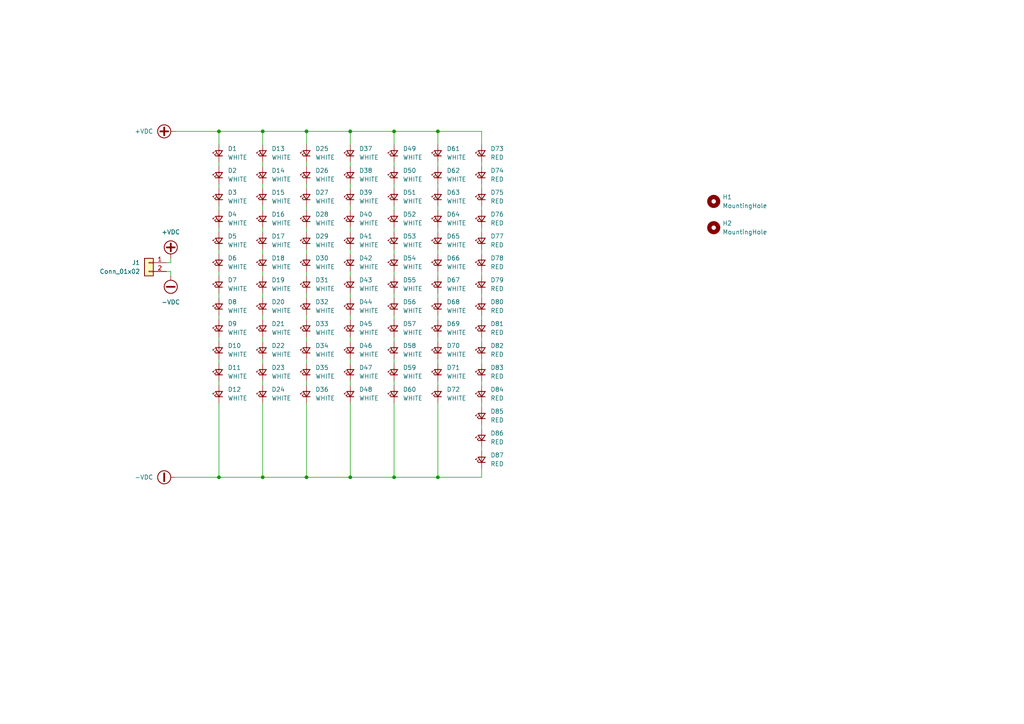
<source format=kicad_sch>
(kicad_sch (version 20250114) (generator "eeschema") (generator_version "9.0")
  (paper "A4")
  (lib_symbols
    (symbol "Connector_Generic:Conn_01x02" (pin_names (offset 1.016) (hide yes))
      (property "Reference" "J" (at 0 2.54 0))
      (property "Value" "Conn_01x02" (at 0 -5.08 0))
      (symbol "Conn_01x02_1_1"
        (rectangle (start -1.27 1.27) (end 1.27 -3.81) (stroke (width 0.254)) (fill (type background)))
        (rectangle (start -1.27 0.127) (end 0 -0.127) (stroke (width 0.1524)))
        (rectangle (start -1.27 -2.413) (end 0 -2.667) (stroke (width 0.1524)))
        (pin passive line (at -5.08 0 0) (length 3.81) (name "Pin_1") (number "1"))
        (pin passive line (at -5.08 -2.54 0) (length 3.81) (name "Pin_2") (number "2"))
      )
    )
    (symbol "Device:LED_Small" (pin_numbers (hide yes)) (pin_names (offset 0.254) (hide yes))
      (property "Reference" "D" (at -1.27 3.175 0))
      (property "Value" "LED_Small" (at -4.445 -2.54 0))
      (symbol "LED_Small_0_1"
        (polyline (pts (xy -0.762 -1.016) (xy -0.762 1.016)) (stroke (width 0.254)))
        (polyline (pts (xy 0 0.762) (xy -0.508 1.27) (xy -0.254 1.27) (xy -0.508 1.27) (xy -0.508 1.016)))
        (polyline (pts (xy 0.508 1.27) (xy 0 1.778) (xy 0.254 1.778) (xy 0 1.778) (xy 0 1.524)))
        (polyline (pts (xy 0.762 -1.016) (xy -0.762 0) (xy 0.762 1.016) (xy 0.762 -1.016)) (stroke (width 0.254)))
        (polyline (pts (xy 1.016 0) (xy -0.762 0)))
      )
      (symbol "LED_Small_1_1"
        (pin passive line (at -2.54 0 0) (length 1.778) (name "K") (number "1"))
        (pin passive line (at 2.54 0 180) (length 1.778) (name "A") (number "2"))
      )
    )
    (symbol "Mechanical:MountingHole" (pin_names (offset 1.016)) (exclude_from_sim yes) (in_bom no)
      (property "Reference" "H" (at 0 5.08 0))
      (property "Value" "MountingHole" (at 0 3.175 0))
      (symbol "MountingHole_0_1"
        (circle (center 0 0) (radius 1.27) (stroke (width 1.27)))
      )
    )
    (symbol "power:+VDC" (power) (pin_numbers (hide yes)) (pin_names (offset 0) (hide yes))
      (property "Value" "+VDC" (at 0 6.35 0))
      (symbol "+VDC_0_1"
        (polyline (pts (xy -1.143 3.175) (xy 1.143 3.175)) (stroke (width 0.508)))
        (circle (center 0 3.175) (radius 1.905) (stroke (width 0.254)))
        (polyline (pts (xy 0 2.032) (xy 0 4.318)) (stroke (width 0.508)))
        (polyline (pts (xy 0 0) (xy 0 1.27)))
      )
      (symbol "+VDC_1_1"
        (pin power_in line (at 0 0 90) (length 0) (name "~") (number "1"))
      )
    )
    (symbol "power:-VDC" (power) (pin_numbers (hide yes)) (pin_names (offset 0) (hide yes))
      (property "Value" "-VDC" (at 0 6.35 0))
      (symbol "-VDC_0_1"
        (polyline (pts (xy -1.143 3.175) (xy 1.143 3.175)) (stroke (width 0.508)))
        (circle (center 0 3.175) (radius 1.905) (stroke (width 0.254)))
        (polyline (pts (xy 0 0) (xy 0 1.27)))
      )
      (symbol "-VDC_1_1"
        (pin power_in line (at 0 0 90) (length 0) (name "~") (number "1"))
      )
    )
  )
  (junction (at 63.5 38.1))
  (junction (at 127 138.43))
  (junction (at 88.9 38.1))
  (junction (at 76.2 138.43))
  (junction (at 114.3 138.43))
  (junction (at 63.5 138.43))
  (junction (at 127 38.1))
  (junction (at 101.6 38.1))
  (junction (at 76.2 38.1))
  (junction (at 101.6 138.43))
  (junction (at 114.3 38.1))
  (junction (at 88.9 138.43))
  (wire (pts (xy 88.9 116.84) (xy 88.9 138.43)))
  (wire (pts (xy 101.6 78.74) (xy 101.6 80.01)))
  (wire (pts (xy 63.5 59.69) (xy 63.5 60.96)))
  (wire (pts (xy 114.3 138.43) (xy 127 138.43)))
  (wire (pts (xy 101.6 91.44) (xy 101.6 92.71)))
  (wire (pts (xy 139.7 91.44) (xy 139.7 92.71)))
  (wire (pts (xy 88.9 97.79) (xy 88.9 99.06)))
  (wire (pts (xy 76.2 66.04) (xy 76.2 67.31)))
  (wire (pts (xy 139.7 38.1) (xy 127 38.1)))
  (wire (pts (xy 101.6 53.34) (xy 101.6 54.61)))
  (wire (pts (xy 49.53 78.74) (xy 49.53 80.01)))
  (wire (pts (xy 139.7 123.19) (xy 139.7 124.46)))
  (wire (pts (xy 127 53.34) (xy 127 54.61)))
  (wire (pts (xy 127 85.09) (xy 127 86.36)))
  (wire (pts (xy 127 41.91) (xy 127 38.1)))
  (wire (pts (xy 139.7 72.39) (xy 139.7 73.66)))
  (wire (pts (xy 127 110.49) (xy 127 111.76)))
  (wire (pts (xy 114.3 104.14) (xy 114.3 105.41)))
  (wire (pts (xy 101.6 97.79) (xy 101.6 99.06)))
  (wire (pts (xy 127 46.99) (xy 127 48.26)))
  (wire (pts (xy 63.5 46.99) (xy 63.5 48.26)))
  (wire (pts (xy 139.7 41.91) (xy 139.7 38.1)))
  (wire (pts (xy 139.7 46.99) (xy 139.7 48.26)))
  (wire (pts (xy 76.2 41.91) (xy 76.2 38.1)))
  (wire (pts (xy 101.6 59.69) (xy 101.6 60.96)))
  (wire (pts (xy 76.2 91.44) (xy 76.2 92.71)))
  (wire (pts (xy 76.2 85.09) (xy 76.2 86.36)))
  (wire (pts (xy 88.9 53.34) (xy 88.9 54.61)))
  (wire (pts (xy 63.5 85.09) (xy 63.5 86.36)))
  (wire (pts (xy 101.6 72.39) (xy 101.6 73.66)))
  (wire (pts (xy 88.9 59.69) (xy 88.9 60.96)))
  (wire (pts (xy 127 91.44) (xy 127 92.71)))
  (wire (pts (xy 63.5 91.44) (xy 63.5 92.71)))
  (wire (pts (xy 114.3 38.1) (xy 127 38.1)))
  (wire (pts (xy 114.3 91.44) (xy 114.3 92.71)))
  (wire (pts (xy 139.7 129.54) (xy 139.7 130.81)))
  (wire (pts (xy 50.8 38.1) (xy 63.5 38.1)))
  (wire (pts (xy 114.3 59.69) (xy 114.3 60.96)))
  (wire (pts (xy 114.3 85.09) (xy 114.3 86.36)))
  (wire (pts (xy 139.7 104.14) (xy 139.7 105.41)))
  (wire (pts (xy 114.3 41.91) (xy 114.3 38.1)))
  (wire (pts (xy 114.3 116.84) (xy 114.3 138.43)))
  (wire (pts (xy 88.9 66.04) (xy 88.9 67.31)))
  (wire (pts (xy 114.3 78.74) (xy 114.3 80.01)))
  (wire (pts (xy 63.5 104.14) (xy 63.5 105.41)))
  (wire (pts (xy 139.7 116.84) (xy 139.7 118.11)))
  (wire (pts (xy 76.2 104.14) (xy 76.2 105.41)))
  (wire (pts (xy 127 59.69) (xy 127 60.96)))
  (wire (pts (xy 127 104.14) (xy 127 105.41)))
  (wire (pts (xy 88.9 38.1) (xy 101.6 38.1)))
  (wire (pts (xy 88.9 91.44) (xy 88.9 92.71)))
  (wire (pts (xy 101.6 46.99) (xy 101.6 48.26)))
  (wire (pts (xy 76.2 110.49) (xy 76.2 111.76)))
  (wire (pts (xy 88.9 85.09) (xy 88.9 86.36)))
  (wire (pts (xy 139.7 97.79) (xy 139.7 99.06)))
  (wire (pts (xy 49.53 76.2) (xy 49.53 74.93)))
  (wire (pts (xy 88.9 104.14) (xy 88.9 105.41)))
  (wire (pts (xy 139.7 110.49) (xy 139.7 111.76)))
  (wire (pts (xy 114.3 46.99) (xy 114.3 48.26)))
  (wire (pts (xy 114.3 66.04) (xy 114.3 67.31)))
  (wire (pts (xy 127 97.79) (xy 127 99.06)))
  (wire (pts (xy 63.5 116.84) (xy 63.5 138.43)))
  (wire (pts (xy 114.3 72.39) (xy 114.3 73.66)))
  (wire (pts (xy 63.5 138.43) (xy 50.8 138.43)))
  (wire (pts (xy 127 78.74) (xy 127 80.01)))
  (wire (pts (xy 63.5 138.43) (xy 76.2 138.43)))
  (wire (pts (xy 114.3 110.49) (xy 114.3 111.76)))
  (wire (pts (xy 139.7 59.69) (xy 139.7 60.96)))
  (wire (pts (xy 88.9 110.49) (xy 88.9 111.76)))
  (wire (pts (xy 127 116.84) (xy 127 138.43)))
  (wire (pts (xy 101.6 38.1) (xy 114.3 38.1)))
  (wire (pts (xy 63.5 66.04) (xy 63.5 67.31)))
  (wire (pts (xy 101.6 41.91) (xy 101.6 38.1)))
  (wire (pts (xy 76.2 59.69) (xy 76.2 60.96)))
  (wire (pts (xy 88.9 41.91) (xy 88.9 38.1)))
  (wire (pts (xy 114.3 53.34) (xy 114.3 54.61)))
  (wire (pts (xy 101.6 104.14) (xy 101.6 105.41)))
  (wire (pts (xy 63.5 78.74) (xy 63.5 80.01)))
  (wire (pts (xy 88.9 138.43) (xy 101.6 138.43)))
  (wire (pts (xy 76.2 72.39) (xy 76.2 73.66)))
  (wire (pts (xy 127 138.43) (xy 139.7 138.43)))
  (wire (pts (xy 127 72.39) (xy 127 73.66)))
  (wire (pts (xy 48.26 76.2) (xy 49.53 76.2)))
  (wire (pts (xy 76.2 46.99) (xy 76.2 48.26)))
  (wire (pts (xy 76.2 78.74) (xy 76.2 80.01)))
  (wire (pts (xy 63.5 110.49) (xy 63.5 111.76)))
  (wire (pts (xy 63.5 38.1) (xy 76.2 38.1)))
  (wire (pts (xy 63.5 97.79) (xy 63.5 99.06)))
  (wire (pts (xy 63.5 41.91) (xy 63.5 38.1)))
  (wire (pts (xy 101.6 85.09) (xy 101.6 86.36)))
  (wire (pts (xy 76.2 116.84) (xy 76.2 138.43)))
  (wire (pts (xy 76.2 38.1) (xy 88.9 38.1)))
  (wire (pts (xy 76.2 138.43) (xy 88.9 138.43)))
  (wire (pts (xy 88.9 72.39) (xy 88.9 73.66)))
  (wire (pts (xy 101.6 138.43) (xy 114.3 138.43)))
  (wire (pts (xy 139.7 78.74) (xy 139.7 80.01)))
  (wire (pts (xy 88.9 78.74) (xy 88.9 80.01)))
  (wire (pts (xy 139.7 135.89) (xy 139.7 138.43)))
  (wire (pts (xy 101.6 116.84) (xy 101.6 138.43)))
  (wire (pts (xy 63.5 53.34) (xy 63.5 54.61)))
  (wire (pts (xy 139.7 53.34) (xy 139.7 54.61)))
  (wire (pts (xy 101.6 110.49) (xy 101.6 111.76)))
  (wire (pts (xy 88.9 46.99) (xy 88.9 48.26)))
  (wire (pts (xy 76.2 97.79) (xy 76.2 99.06)))
  (wire (pts (xy 139.7 85.09) (xy 139.7 86.36)))
  (wire (pts (xy 76.2 53.34) (xy 76.2 54.61)))
  (wire (pts (xy 114.3 97.79) (xy 114.3 99.06)))
  (wire (pts (xy 101.6 66.04) (xy 101.6 67.31)))
  (wire (pts (xy 139.7 66.04) (xy 139.7 67.31)))
  (wire (pts (xy 48.26 78.74) (xy 49.53 78.74)))
  (wire (pts (xy 127 66.04) (xy 127 67.31)))
  (wire (pts (xy 63.5 72.39) (xy 63.5 73.66)))
  (symbol (lib_id "Device:LED_Small") (at 63.5 114.3 90) (unit 1)
    (property "Reference" "D12" (at 66.04 112.9664 90) (effects (justify right)))
    (property "Value" "WHITE" (at 66.04 115.5064 90) (effects (justify right)))
    (property "Footprint" "LED_LM301H:LED_LM301H_1212" (effects (hide yes)))
    (property "Description" "Light emitting diode, small symbol" (effects (hide yes)))
    (property "Sim.Pin" "1=K 2=A" (effects (hide yes)))
  )
  (symbol (lib_id "Device:LED_Small") (at 88.9 44.45 90) (unit 1)
    (property "Reference" "D25" (at 91.44 43.1164 90) (effects (justify right)))
    (property "Value" "WHITE" (at 91.44 45.6564 90) (effects (justify right)))
    (property "Footprint" "LED_LM301H:LED_LM301H_1212" (effects (hide yes)))
    (property "Description" "Light emitting diode, small symbol" (effects (hide yes)))
    (property "Sim.Pin" "1=K 2=A" (effects (hide yes)))
  )
  (symbol (lib_id "Device:LED_Small") (at 114.3 69.85 90) (unit 1)
    (property "Reference" "D53" (at 116.84 68.5164 90) (effects (justify right)))
    (property "Value" "WHITE" (at 116.84 71.0564 90) (effects (justify right)))
    (property "Footprint" "LED_LM301H:LED_LM301H_1212" (effects (hide yes)))
    (property "Description" "Light emitting diode, small symbol" (effects (hide yes)))
    (property "Sim.Pin" "1=K 2=A" (effects (hide yes)))
  )
  (symbol (lib_id "Device:LED_Small") (at 127 82.55 90) (unit 1)
    (property "Reference" "D67" (at 129.54 81.2164 90) (effects (justify right)))
    (property "Value" "WHITE" (at 129.54 83.7564 90) (effects (justify right)))
    (property "Footprint" "LED_LM301H:LED_LM301H_1212" (effects (hide yes)))
    (property "Description" "Light emitting diode, small symbol" (effects (hide yes)))
    (property "Sim.Pin" "1=K 2=A" (effects (hide yes)))
  )
  (symbol (lib_id "Device:LED_Small") (at 76.2 76.2 90) (unit 1)
    (property "Reference" "D18" (at 78.74 74.8664 90) (effects (justify right)))
    (property "Value" "WHITE" (at 78.74 77.4064 90) (effects (justify right)))
    (property "Footprint" "LED_LM301H:LED_LM301H_1212" (effects (hide yes)))
    (property "Description" "Light emitting diode, small symbol" (effects (hide yes)))
    (property "Sim.Pin" "1=K 2=A" (effects (hide yes)))
  )
  (symbol (lib_id "Mechanical:MountingHole") (at 207.01 66.04 0) (unit 1) (exclude_from_sim yes) (in_bom no)
    (property "Reference" "H2" (at 209.55 64.7699 0) (effects (justify left)))
    (property "Value" "MountingHole" (at 209.55 67.3099 0) (effects (justify left)))
    (property "Footprint" "ProjectSpecific:MountingHole_2.7mm" (effects (hide yes)))
    (property "Description" "Mounting Hole without connection" (effects (hide yes)))
  )
  (symbol (lib_id "Device:LED_Small") (at 76.2 50.8 90) (unit 1)
    (property "Reference" "D14" (at 78.74 49.4664 90) (effects (justify right)))
    (property "Value" "WHITE" (at 78.74 52.0064 90) (effects (justify right)))
    (property "Footprint" "LED_LM301H:LED_LM301H_1212" (effects (hide yes)))
    (property "Description" "Light emitting diode, small symbol" (effects (hide yes)))
    (property "Sim.Pin" "1=K 2=A" (effects (hide yes)))
  )
  (symbol (lib_id "Device:LED_Small") (at 76.2 44.45 90) (unit 1)
    (property "Reference" "D13" (at 78.74 43.1164 90) (effects (justify right)))
    (property "Value" "WHITE" (at 78.74 45.6564 90) (effects (justify right)))
    (property "Footprint" "LED_LM301H:LED_LM301H_1212" (effects (hide yes)))
    (property "Description" "Light emitting diode, small symbol" (effects (hide yes)))
    (property "Sim.Pin" "1=K 2=A" (effects (hide yes)))
  )
  (symbol (lib_id "Device:LED_Small") (at 127 95.25 90) (unit 1)
    (property "Reference" "D69" (at 129.54 93.9164 90) (effects (justify right)))
    (property "Value" "WHITE" (at 129.54 96.4564 90) (effects (justify right)))
    (property "Footprint" "LED_LM301H:LED_LM301H_1212" (effects (hide yes)))
    (property "Description" "Light emitting diode, small symbol" (effects (hide yes)))
    (property "Sim.Pin" "1=K 2=A" (effects (hide yes)))
  )
  (symbol (lib_id "Device:LED_Small") (at 63.5 69.85 90) (unit 1)
    (property "Reference" "D5" (at 66.04 68.5164 90) (effects (justify right)))
    (property "Value" "WHITE" (at 66.04 71.0564 90) (effects (justify right)))
    (property "Footprint" "LED_LM301H:LED_LM301H_1212" (effects (hide yes)))
    (property "Description" "Light emitting diode, small symbol" (effects (hide yes)))
    (property "Sim.Pin" "1=K 2=A" (effects (hide yes)))
  )
  (symbol (lib_id "Device:LED_Small") (at 76.2 107.95 90) (unit 1)
    (property "Reference" "D23" (at 78.74 106.6164 90) (effects (justify right)))
    (property "Value" "WHITE" (at 78.74 109.1564 90) (effects (justify right)))
    (property "Footprint" "LED_LM301H:LED_LM301H_1212" (effects (hide yes)))
    (property "Description" "Light emitting diode, small symbol" (effects (hide yes)))
    (property "Sim.Pin" "1=K 2=A" (effects (hide yes)))
  )
  (symbol (lib_id "Device:LED_Small") (at 101.6 101.6 90) (unit 1)
    (property "Reference" "D46" (at 104.14 100.2664 90) (effects (justify right)))
    (property "Value" "WHITE" (at 104.14 102.8064 90) (effects (justify right)))
    (property "Footprint" "LED_LM301H:LED_LM301H_1212" (effects (hide yes)))
    (property "Description" "Light emitting diode, small symbol" (effects (hide yes)))
    (property "Sim.Pin" "1=K 2=A" (effects (hide yes)))
  )
  (symbol (lib_id "power:+VDC") (at 49.53 74.93 0) (mirror y) (unit 1)
    (property "Reference" "#PWR03" (effects (hide yes)))
    (property "Value" "+VDC" (at 49.53 67.31 0))
    (property "Description" "Power symbol creates a global label with name \"+VDC\"" (effects (hide yes)))
  )
  (symbol (lib_id "Device:LED_Small") (at 101.6 82.55 90) (unit 1)
    (property "Reference" "D43" (at 104.14 81.2164 90) (effects (justify right)))
    (property "Value" "WHITE" (at 104.14 83.7564 90) (effects (justify right)))
    (property "Footprint" "LED_LM301H:LED_LM301H_1212" (effects (hide yes)))
    (property "Description" "Light emitting diode, small symbol" (effects (hide yes)))
    (property "Sim.Pin" "1=K 2=A" (effects (hide yes)))
  )
  (symbol (lib_id "Device:LED_Small") (at 127 63.5 90) (unit 1)
    (property "Reference" "D64" (at 129.54 62.1664 90) (effects (justify right)))
    (property "Value" "WHITE" (at 129.54 64.7064 90) (effects (justify right)))
    (property "Footprint" "LED_LM301H:LED_LM301H_1212" (effects (hide yes)))
    (property "Description" "Light emitting diode, small symbol" (effects (hide yes)))
    (property "Sim.Pin" "1=K 2=A" (effects (hide yes)))
  )
  (symbol (lib_id "Device:LED_Small") (at 63.5 76.2 90) (unit 1)
    (property "Reference" "D6" (at 66.04 74.8664 90) (effects (justify right)))
    (property "Value" "WHITE" (at 66.04 77.4064 90) (effects (justify right)))
    (property "Footprint" "LED_LM301H:LED_LM301H_1212" (effects (hide yes)))
    (property "Description" "Light emitting diode, small symbol" (effects (hide yes)))
    (property "Sim.Pin" "1=K 2=A" (effects (hide yes)))
  )
  (symbol (lib_id "Device:LED_Small") (at 139.7 107.95 90) (unit 1)
    (property "Reference" "D83" (at 142.24 106.6164 90) (effects (justify right)))
    (property "Value" "RED" (at 142.24 109.1564 90) (effects (justify right)))
    (property "Footprint" "LED_LUMILEDS:LED-SP2835-LUMILEDS" (effects (hide yes)))
    (property "Description" "Light emitting diode, small symbol" (effects (hide yes)))
    (property "Sim.Pin" "1=K 2=A" (effects (hide yes)))
  )
  (symbol (lib_id "Device:LED_Small") (at 63.5 44.45 90) (unit 1)
    (property "Reference" "D1" (at 66.04 43.1164 90) (effects (justify right)))
    (property "Value" "WHITE" (at 66.04 45.6564 90) (effects (justify right)))
    (property "Footprint" "LED_LM301H:LED_LM301H_1212" (effects (hide yes)))
    (property "Description" "Light emitting diode, small symbol" (effects (hide yes)))
    (property "Sim.Pin" "1=K 2=A" (effects (hide yes)))
  )
  (symbol (lib_id "Device:LED_Small") (at 114.3 63.5 90) (unit 1)
    (property "Reference" "D52" (at 116.84 62.1664 90) (effects (justify right)))
    (property "Value" "WHITE" (at 116.84 64.7064 90) (effects (justify right)))
    (property "Footprint" "LED_LM301H:LED_LM301H_1212" (effects (hide yes)))
    (property "Description" "Light emitting diode, small symbol" (effects (hide yes)))
    (property "Sim.Pin" "1=K 2=A" (effects (hide yes)))
  )
  (symbol (lib_id "Device:LED_Small") (at 101.6 88.9 90) (unit 1)
    (property "Reference" "D44" (at 104.14 87.5664 90) (effects (justify right)))
    (property "Value" "WHITE" (at 104.14 90.1064 90) (effects (justify right)))
    (property "Footprint" "LED_LM301H:LED_LM301H_1212" (effects (hide yes)))
    (property "Description" "Light emitting diode, small symbol" (effects (hide yes)))
    (property "Sim.Pin" "1=K 2=A" (effects (hide yes)))
  )
  (symbol (lib_id "Device:LED_Small") (at 101.6 69.85 90) (unit 1)
    (property "Reference" "D41" (at 104.14 68.5164 90) (effects (justify right)))
    (property "Value" "WHITE" (at 104.14 71.0564 90) (effects (justify right)))
    (property "Footprint" "LED_LM301H:LED_LM301H_1212" (effects (hide yes)))
    (property "Description" "Light emitting diode, small symbol" (effects (hide yes)))
    (property "Sim.Pin" "1=K 2=A" (effects (hide yes)))
  )
  (symbol (lib_id "Device:LED_Small") (at 76.2 82.55 90) (unit 1)
    (property "Reference" "D19" (at 78.74 81.2164 90) (effects (justify right)))
    (property "Value" "WHITE" (at 78.74 83.7564 90) (effects (justify right)))
    (property "Footprint" "LED_LM301H:LED_LM301H_1212" (effects (hide yes)))
    (property "Description" "Light emitting diode, small symbol" (effects (hide yes)))
    (property "Sim.Pin" "1=K 2=A" (effects (hide yes)))
  )
  (symbol (lib_id "Device:LED_Small") (at 101.6 63.5 90) (unit 1)
    (property "Reference" "D40" (at 104.14 62.1664 90) (effects (justify right)))
    (property "Value" "WHITE" (at 104.14 64.7064 90) (effects (justify right)))
    (property "Footprint" "LED_LM301H:LED_LM301H_1212" (effects (hide yes)))
    (property "Description" "Light emitting diode, small symbol" (effects (hide yes)))
    (property "Sim.Pin" "1=K 2=A" (effects (hide yes)))
  )
  (symbol (lib_id "power:-VDC") (at 50.8 138.43 90) (unit 1)
    (property "Reference" "#PWR02" (effects (hide yes)))
    (property "Value" "-VDC" (at 44.45 138.4299 90) (effects (justify left)))
    (property "Description" "Power symbol creates a global label with name \"-VDC\"" (effects (hide yes)))
  )
  (symbol (lib_id "Device:LED_Small") (at 127 50.8 90) (unit 1)
    (property "Reference" "D62" (at 129.54 49.4664 90) (effects (justify right)))
    (property "Value" "WHITE" (at 129.54 52.0064 90) (effects (justify right)))
    (property "Footprint" "LED_LM301H:LED_LM301H_1212" (effects (hide yes)))
    (property "Description" "Light emitting diode, small symbol" (effects (hide yes)))
    (property "Sim.Pin" "1=K 2=A" (effects (hide yes)))
  )
  (symbol (lib_id "Device:LED_Small") (at 114.3 95.25 90) (unit 1)
    (property "Reference" "D57" (at 116.84 93.9164 90) (effects (justify right)))
    (property "Value" "WHITE" (at 116.84 96.4564 90) (effects (justify right)))
    (property "Footprint" "LED_LM301H:LED_LM301H_1212" (effects (hide yes)))
    (property "Description" "Light emitting diode, small symbol" (effects (hide yes)))
    (property "Sim.Pin" "1=K 2=A" (effects (hide yes)))
  )
  (symbol (lib_id "Device:LED_Small") (at 127 101.6 90) (unit 1)
    (property "Reference" "D70" (at 129.54 100.2664 90) (effects (justify right)))
    (property "Value" "WHITE" (at 129.54 102.8064 90) (effects (justify right)))
    (property "Footprint" "LED_LM301H:LED_LM301H_1212" (effects (hide yes)))
    (property "Description" "Light emitting diode, small symbol" (effects (hide yes)))
    (property "Sim.Pin" "1=K 2=A" (effects (hide yes)))
  )
  (symbol (lib_id "Device:LED_Small") (at 88.9 57.15 90) (unit 1)
    (property "Reference" "D27" (at 91.44 55.8164 90) (effects (justify right)))
    (property "Value" "WHITE" (at 91.44 58.3564 90) (effects (justify right)))
    (property "Footprint" "LED_LM301H:LED_LM301H_1212" (effects (hide yes)))
    (property "Description" "Light emitting diode, small symbol" (effects (hide yes)))
    (property "Sim.Pin" "1=K 2=A" (effects (hide yes)))
  )
  (symbol (lib_id "Device:LED_Small") (at 139.7 57.15 90) (unit 1)
    (property "Reference" "D75" (at 142.24 55.8164 90) (effects (justify right)))
    (property "Value" "RED" (at 142.24 58.3564 90) (effects (justify right)))
    (property "Footprint" "LED_LUMILEDS:LED-SP2835-LUMILEDS" (effects (hide yes)))
    (property "Description" "Light emitting diode, small symbol" (effects (hide yes)))
    (property "Sim.Pin" "1=K 2=A" (effects (hide yes)))
  )
  (symbol (lib_id "Device:LED_Small") (at 63.5 50.8 90) (unit 1)
    (property "Reference" "D2" (at 66.04 49.4664 90) (effects (justify right)))
    (property "Value" "WHITE" (at 66.04 52.0064 90) (effects (justify right)))
    (property "Footprint" "LED_LM301H:LED_LM301H_1212" (effects (hide yes)))
    (property "Description" "Light emitting diode, small symbol" (effects (hide yes)))
    (property "Sim.Pin" "1=K 2=A" (effects (hide yes)))
  )
  (symbol (lib_id "Device:LED_Small") (at 114.3 82.55 90) (unit 1)
    (property "Reference" "D55" (at 116.84 81.2164 90) (effects (justify right)))
    (property "Value" "WHITE" (at 116.84 83.7564 90) (effects (justify right)))
    (property "Footprint" "LED_LM301H:LED_LM301H_1212" (effects (hide yes)))
    (property "Description" "Light emitting diode, small symbol" (effects (hide yes)))
    (property "Sim.Pin" "1=K 2=A" (effects (hide yes)))
  )
  (symbol (lib_id "Device:LED_Small") (at 127 107.95 90) (unit 1)
    (property "Reference" "D71" (at 129.54 106.6164 90) (effects (justify right)))
    (property "Value" "WHITE" (at 129.54 109.1564 90) (effects (justify right)))
    (property "Footprint" "LED_LM301H:LED_LM301H_1212" (effects (hide yes)))
    (property "Description" "Light emitting diode, small symbol" (effects (hide yes)))
    (property "Sim.Pin" "1=K 2=A" (effects (hide yes)))
  )
  (symbol (lib_id "Device:LED_Small") (at 127 76.2 90) (unit 1)
    (property "Reference" "D66" (at 129.54 74.8664 90) (effects (justify right)))
    (property "Value" "WHITE" (at 129.54 77.4064 90) (effects (justify right)))
    (property "Footprint" "LED_LM301H:LED_LM301H_1212" (effects (hide yes)))
    (property "Description" "Light emitting diode, small symbol" (effects (hide yes)))
    (property "Sim.Pin" "1=K 2=A" (effects (hide yes)))
  )
  (symbol (lib_id "Device:LED_Small") (at 63.5 82.55 90) (unit 1)
    (property "Reference" "D7" (at 66.04 81.2164 90) (effects (justify right)))
    (property "Value" "WHITE" (at 66.04 83.7564 90) (effects (justify right)))
    (property "Footprint" "LED_LM301H:LED_LM301H_1212" (effects (hide yes)))
    (property "Description" "Light emitting diode, small symbol" (effects (hide yes)))
    (property "Sim.Pin" "1=K 2=A" (effects (hide yes)))
  )
  (symbol (lib_id "Device:LED_Small") (at 139.7 44.45 90) (unit 1)
    (property "Reference" "D73" (at 142.24 43.1164 90) (effects (justify right)))
    (property "Value" "RED" (at 142.24 45.6564 90) (effects (justify right)))
    (property "Footprint" "LED_LUMILEDS:LED-SP2835-LUMILEDS" (effects (hide yes)))
    (property "Description" "Light emitting diode, small symbol" (effects (hide yes)))
    (property "Sim.Pin" "1=K 2=A" (effects (hide yes)))
  )
  (symbol (lib_id "Device:LED_Small") (at 127 88.9 90) (unit 1)
    (property "Reference" "D68" (at 129.54 87.5664 90) (effects (justify right)))
    (property "Value" "WHITE" (at 129.54 90.1064 90) (effects (justify right)))
    (property "Footprint" "LED_LM301H:LED_LM301H_1212" (effects (hide yes)))
    (property "Description" "Light emitting diode, small symbol" (effects (hide yes)))
    (property "Sim.Pin" "1=K 2=A" (effects (hide yes)))
  )
  (symbol (lib_id "Device:LED_Small") (at 76.2 88.9 90) (unit 1)
    (property "Reference" "D20" (at 78.74 87.5664 90) (effects (justify right)))
    (property "Value" "WHITE" (at 78.74 90.1064 90) (effects (justify right)))
    (property "Footprint" "LED_LM301H:LED_LM301H_1212" (effects (hide yes)))
    (property "Description" "Light emitting diode, small symbol" (effects (hide yes)))
    (property "Sim.Pin" "1=K 2=A" (effects (hide yes)))
  )
  (symbol (lib_id "Device:LED_Small") (at 114.3 107.95 90) (unit 1)
    (property "Reference" "D59" (at 116.84 106.6164 90) (effects (justify right)))
    (property "Value" "WHITE" (at 116.84 109.1564 90) (effects (justify right)))
    (property "Footprint" "LED_LM301H:LED_LM301H_1212" (effects (hide yes)))
    (property "Description" "Light emitting diode, small symbol" (effects (hide yes)))
    (property "Sim.Pin" "1=K 2=A" (effects (hide yes)))
  )
  (symbol (lib_id "Device:LED_Small") (at 76.2 101.6 90) (unit 1)
    (property "Reference" "D22" (at 78.74 100.2664 90) (effects (justify right)))
    (property "Value" "WHITE" (at 78.74 102.8064 90) (effects (justify right)))
    (property "Footprint" "LED_LM301H:LED_LM301H_1212" (effects (hide yes)))
    (property "Description" "Light emitting diode, small symbol" (effects (hide yes)))
    (property "Sim.Pin" "1=K 2=A" (effects (hide yes)))
  )
  (symbol (lib_id "Device:LED_Small") (at 76.2 114.3 90) (unit 1)
    (property "Reference" "D24" (at 78.74 112.9664 90) (effects (justify right)))
    (property "Value" "WHITE" (at 78.74 115.5064 90) (effects (justify right)))
    (property "Footprint" "LED_LM301H:LED_LM301H_1212" (effects (hide yes)))
    (property "Description" "Light emitting diode, small symbol" (effects (hide yes)))
    (property "Sim.Pin" "1=K 2=A" (effects (hide yes)))
  )
  (symbol (lib_id "Device:LED_Small") (at 88.9 76.2 90) (unit 1)
    (property "Reference" "D30" (at 91.44 74.8664 90) (effects (justify right)))
    (property "Value" "WHITE" (at 91.44 77.4064 90) (effects (justify right)))
    (property "Footprint" "LED_LM301H:LED_LM301H_1212" (effects (hide yes)))
    (property "Description" "Light emitting diode, small symbol" (effects (hide yes)))
    (property "Sim.Pin" "1=K 2=A" (effects (hide yes)))
  )
  (symbol (lib_id "Device:LED_Small") (at 139.7 50.8 90) (unit 1)
    (property "Reference" "D74" (at 142.24 49.4664 90) (effects (justify right)))
    (property "Value" "RED" (at 142.24 52.0064 90) (effects (justify right)))
    (property "Footprint" "LED_LUMILEDS:LED-SP2835-LUMILEDS" (effects (hide yes)))
    (property "Description" "Light emitting diode, small symbol" (effects (hide yes)))
    (property "Sim.Pin" "1=K 2=A" (effects (hide yes)))
  )
  (symbol (lib_id "Device:LED_Small") (at 139.7 69.85 90) (unit 1)
    (property "Reference" "D77" (at 142.24 68.5164 90) (effects (justify right)))
    (property "Value" "RED" (at 142.24 71.0564 90) (effects (justify right)))
    (property "Footprint" "LED_LUMILEDS:LED-SP2835-LUMILEDS" (effects (hide yes)))
    (property "Description" "Light emitting diode, small symbol" (effects (hide yes)))
    (property "Sim.Pin" "1=K 2=A" (effects (hide yes)))
  )
  (symbol (lib_id "Device:LED_Small") (at 88.9 95.25 90) (unit 1)
    (property "Reference" "D33" (at 91.44 93.9164 90) (effects (justify right)))
    (property "Value" "WHITE" (at 91.44 96.4564 90) (effects (justify right)))
    (property "Footprint" "LED_LM301H:LED_LM301H_1212" (effects (hide yes)))
    (property "Description" "Light emitting diode, small symbol" (effects (hide yes)))
    (property "Sim.Pin" "1=K 2=A" (effects (hide yes)))
  )
  (symbol (lib_id "Device:LED_Small") (at 139.7 133.35 90) (unit 1)
    (property "Reference" "D87" (at 142.24 132.0164 90) (effects (justify right)))
    (property "Value" "RED" (at 142.24 134.5564 90) (effects (justify right)))
    (property "Footprint" "LED_LUMILEDS:LED-SP2835-LUMILEDS" (effects (hide yes)))
    (property "Description" "Light emitting diode, small symbol" (effects (hide yes)))
    (property "Sim.Pin" "1=K 2=A" (effects (hide yes)))
  )
  (symbol (lib_id "Device:LED_Small") (at 114.3 57.15 90) (unit 1)
    (property "Reference" "D51" (at 116.84 55.8164 90) (effects (justify right)))
    (property "Value" "WHITE" (at 116.84 58.3564 90) (effects (justify right)))
    (property "Footprint" "LED_LM301H:LED_LM301H_1212" (effects (hide yes)))
    (property "Description" "Light emitting diode, small symbol" (effects (hide yes)))
    (property "Sim.Pin" "1=K 2=A" (effects (hide yes)))
  )
  (symbol (lib_id "Device:LED_Small") (at 88.9 114.3 90) (unit 1)
    (property "Reference" "D36" (at 91.44 112.9664 90) (effects (justify right)))
    (property "Value" "WHITE" (at 91.44 115.5064 90) (effects (justify right)))
    (property "Footprint" "LED_LM301H:LED_LM301H_1212" (effects (hide yes)))
    (property "Description" "Light emitting diode, small symbol" (effects (hide yes)))
    (property "Sim.Pin" "1=K 2=A" (effects (hide yes)))
  )
  (symbol (lib_id "Device:LED_Small") (at 139.7 95.25 90) (unit 1)
    (property "Reference" "D81" (at 142.24 93.9164 90) (effects (justify right)))
    (property "Value" "RED" (at 142.24 96.4564 90) (effects (justify right)))
    (property "Footprint" "LED_LUMILEDS:LED-SP2835-LUMILEDS" (effects (hide yes)))
    (property "Description" "Light emitting diode, small symbol" (effects (hide yes)))
    (property "Sim.Pin" "1=K 2=A" (effects (hide yes)))
  )
  (symbol (lib_id "Device:LED_Small") (at 101.6 50.8 90) (unit 1)
    (property "Reference" "D38" (at 104.14 49.4664 90) (effects (justify right)))
    (property "Value" "WHITE" (at 104.14 52.0064 90) (effects (justify right)))
    (property "Footprint" "LED_LM301H:LED_LM301H_1212" (effects (hide yes)))
    (property "Description" "Light emitting diode, small symbol" (effects (hide yes)))
    (property "Sim.Pin" "1=K 2=A" (effects (hide yes)))
  )
  (symbol (lib_id "Device:LED_Small") (at 127 44.45 90) (unit 1)
    (property "Reference" "D61" (at 129.54 43.1164 90) (effects (justify right)))
    (property "Value" "WHITE" (at 129.54 45.6564 90) (effects (justify right)))
    (property "Footprint" "LED_LM301H:LED_LM301H_1212" (effects (hide yes)))
    (property "Description" "Light emitting diode, small symbol" (effects (hide yes)))
    (property "Sim.Pin" "1=K 2=A" (effects (hide yes)))
  )
  (symbol (lib_id "Mechanical:MountingHole") (at 207.01 58.42 0) (unit 1) (exclude_from_sim yes) (in_bom no)
    (property "Reference" "H1" (at 209.55 57.1499 0) (effects (justify left)))
    (property "Value" "MountingHole" (at 209.55 59.6899 0) (effects (justify left)))
    (property "Footprint" "ProjectSpecific:MountingHole_2.7mm" (effects (hide yes)))
    (property "Description" "Mounting Hole without connection" (effects (hide yes)))
  )
  (symbol (lib_id "Device:LED_Small") (at 76.2 69.85 90) (unit 1)
    (property "Reference" "D17" (at 78.74 68.5164 90) (effects (justify right)))
    (property "Value" "WHITE" (at 78.74 71.0564 90) (effects (justify right)))
    (property "Footprint" "LED_LM301H:LED_LM301H_1212" (effects (hide yes)))
    (property "Description" "Light emitting diode, small symbol" (effects (hide yes)))
    (property "Sim.Pin" "1=K 2=A" (effects (hide yes)))
  )
  (symbol (lib_id "Device:LED_Small") (at 139.7 120.65 90) (unit 1)
    (property "Reference" "D85" (at 142.24 119.3164 90) (effects (justify right)))
    (property "Value" "RED" (at 142.24 121.8564 90) (effects (justify right)))
    (property "Footprint" "LED_LUMILEDS:LED-SP2835-LUMILEDS" (effects (hide yes)))
    (property "Description" "Light emitting diode, small symbol" (effects (hide yes)))
    (property "Sim.Pin" "1=K 2=A" (effects (hide yes)))
  )
  (symbol (lib_id "Device:LED_Small") (at 139.7 76.2 90) (unit 1)
    (property "Reference" "D78" (at 142.24 74.8664 90) (effects (justify right)))
    (property "Value" "RED" (at 142.24 77.4064 90) (effects (justify right)))
    (property "Footprint" "LED_LUMILEDS:LED-SP2835-LUMILEDS" (effects (hide yes)))
    (property "Description" "Light emitting diode, small symbol" (effects (hide yes)))
    (property "Sim.Pin" "1=K 2=A" (effects (hide yes)))
  )
  (symbol (lib_id "Device:LED_Small") (at 139.7 63.5 90) (unit 1)
    (property "Reference" "D76" (at 142.24 62.1664 90) (effects (justify right)))
    (property "Value" "RED" (at 142.24 64.7064 90) (effects (justify right)))
    (property "Footprint" "LED_LUMILEDS:LED-SP2835-LUMILEDS" (effects (hide yes)))
    (property "Description" "Light emitting diode, small symbol" (effects (hide yes)))
    (property "Sim.Pin" "1=K 2=A" (effects (hide yes)))
  )
  (symbol (lib_id "Device:LED_Small") (at 76.2 63.5 90) (unit 1)
    (property "Reference" "D16" (at 78.74 62.1664 90) (effects (justify right)))
    (property "Value" "WHITE" (at 78.74 64.7064 90) (effects (justify right)))
    (property "Footprint" "LED_LM301H:LED_LM301H_1212" (effects (hide yes)))
    (property "Description" "Light emitting diode, small symbol" (effects (hide yes)))
    (property "Sim.Pin" "1=K 2=A" (effects (hide yes)))
  )
  (symbol (lib_id "Device:LED_Small") (at 127 114.3 90) (unit 1)
    (property "Reference" "D72" (at 129.54 112.9664 90) (effects (justify right)))
    (property "Value" "WHITE" (at 129.54 115.5064 90) (effects (justify right)))
    (property "Footprint" "LED_LM301H:LED_LM301H_1212" (effects (hide yes)))
    (property "Description" "Light emitting diode, small symbol" (effects (hide yes)))
    (property "Sim.Pin" "1=K 2=A" (effects (hide yes)))
  )
  (symbol (lib_id "Device:LED_Small") (at 88.9 107.95 90) (unit 1)
    (property "Reference" "D35" (at 91.44 106.6164 90) (effects (justify right)))
    (property "Value" "WHITE" (at 91.44 109.1564 90) (effects (justify right)))
    (property "Footprint" "LED_LM301H:LED_LM301H_1212" (effects (hide yes)))
    (property "Description" "Light emitting diode, small symbol" (effects (hide yes)))
    (property "Sim.Pin" "1=K 2=A" (effects (hide yes)))
  )
  (symbol (lib_id "Device:LED_Small") (at 88.9 69.85 90) (unit 1)
    (property "Reference" "D29" (at 91.44 68.5164 90) (effects (justify right)))
    (property "Value" "WHITE" (at 91.44 71.0564 90) (effects (justify right)))
    (property "Footprint" "LED_LM301H:LED_LM301H_1212" (effects (hide yes)))
    (property "Description" "Light emitting diode, small symbol" (effects (hide yes)))
    (property "Sim.Pin" "1=K 2=A" (effects (hide yes)))
  )
  (symbol (lib_id "Device:LED_Small") (at 127 69.85 90) (unit 1)
    (property "Reference" "D65" (at 129.54 68.5164 90) (effects (justify right)))
    (property "Value" "WHITE" (at 129.54 71.0564 90) (effects (justify right)))
    (property "Footprint" "LED_LM301H:LED_LM301H_1212" (effects (hide yes)))
    (property "Description" "Light emitting diode, small symbol" (effects (hide yes)))
    (property "Sim.Pin" "1=K 2=A" (effects (hide yes)))
  )
  (symbol (lib_id "Connector_Generic:Conn_01x02") (at 43.18 76.2 0) (mirror y) (unit 1)
    (property "Reference" "J1" (at 40.64 76.1999 0) (effects (justify left)))
    (property "Value" "Conn_01x02" (at 40.64 78.7399 0) (effects (justify left)))
    (property "Footprint" "TerminalBlock_WAGO:WAGO_2060-452_998-404" (effects (hide yes)))
    (property "Description" "Generic connector, single row, 01x02, script generated (kicad-library-utils/schlib/autogen/connector/)" (effects (hide yes)))
  )
  (symbol (lib_id "Device:LED_Small") (at 63.5 107.95 90) (unit 1)
    (property "Reference" "D11" (at 66.04 106.6164 90) (effects (justify right)))
    (property "Value" "WHITE" (at 66.04 109.1564 90) (effects (justify right)))
    (property "Footprint" "LED_LM301H:LED_LM301H_1212" (effects (hide yes)))
    (property "Description" "Light emitting diode, small symbol" (effects (hide yes)))
    (property "Sim.Pin" "1=K 2=A" (effects (hide yes)))
  )
  (symbol (lib_id "Device:LED_Small") (at 114.3 101.6 90) (unit 1)
    (property "Reference" "D58" (at 116.84 100.2664 90) (effects (justify right)))
    (property "Value" "WHITE" (at 116.84 102.8064 90) (effects (justify right)))
    (property "Footprint" "LED_LM301H:LED_LM301H_1212" (effects (hide yes)))
    (property "Description" "Light emitting diode, small symbol" (effects (hide yes)))
    (property "Sim.Pin" "1=K 2=A" (effects (hide yes)))
  )
  (symbol (lib_id "Device:LED_Small") (at 63.5 101.6 90) (unit 1)
    (property "Reference" "D10" (at 66.04 100.2664 90) (effects (justify right)))
    (property "Value" "WHITE" (at 66.04 102.8064 90) (effects (justify right)))
    (property "Footprint" "LED_LM301H:LED_LM301H_1212" (effects (hide yes)))
    (property "Description" "Light emitting diode, small symbol" (effects (hide yes)))
    (property "Sim.Pin" "1=K 2=A" (effects (hide yes)))
  )
  (symbol (lib_id "power:+VDC") (at 50.8 38.1 90) (unit 1)
    (property "Reference" "#PWR01" (effects (hide yes)))
    (property "Value" "+VDC" (at 44.45 38.0999 90) (effects (justify left)))
    (property "Description" "Power symbol creates a global label with name \"+VDC\"" (effects (hide yes)))
  )
  (symbol (lib_id "Device:LED_Small") (at 101.6 114.3 90) (unit 1)
    (property "Reference" "D48" (at 104.14 112.9664 90) (effects (justify right)))
    (property "Value" "WHITE" (at 104.14 115.5064 90) (effects (justify right)))
    (property "Footprint" "LED_LM301H:LED_LM301H_1212" (effects (hide yes)))
    (property "Description" "Light emitting diode, small symbol" (effects (hide yes)))
    (property "Sim.Pin" "1=K 2=A" (effects (hide yes)))
  )
  (symbol (lib_id "Device:LED_Small") (at 76.2 57.15 90) (unit 1)
    (property "Reference" "D15" (at 78.74 55.8164 90) (effects (justify right)))
    (property "Value" "WHITE" (at 78.74 58.3564 90) (effects (justify right)))
    (property "Footprint" "LED_LM301H:LED_LM301H_1212" (effects (hide yes)))
    (property "Description" "Light emitting diode, small symbol" (effects (hide yes)))
    (property "Sim.Pin" "1=K 2=A" (effects (hide yes)))
  )
  (symbol (lib_id "Device:LED_Small") (at 101.6 44.45 90) (unit 1)
    (property "Reference" "D37" (at 104.14 43.1164 90) (effects (justify right)))
    (property "Value" "WHITE" (at 104.14 45.6564 90) (effects (justify right)))
    (property "Footprint" "LED_LM301H:LED_LM301H_1212" (effects (hide yes)))
    (property "Description" "Light emitting diode, small symbol" (effects (hide yes)))
    (property "Sim.Pin" "1=K 2=A" (effects (hide yes)))
  )
  (symbol (lib_id "Device:LED_Small") (at 101.6 57.15 90) (unit 1)
    (property "Reference" "D39" (at 104.14 55.8164 90) (effects (justify right)))
    (property "Value" "WHITE" (at 104.14 58.3564 90) (effects (justify right)))
    (property "Footprint" "LED_LM301H:LED_LM301H_1212" (effects (hide yes)))
    (property "Description" "Light emitting diode, small symbol" (effects (hide yes)))
    (property "Sim.Pin" "1=K 2=A" (effects (hide yes)))
  )
  (symbol (lib_id "Device:LED_Small") (at 101.6 107.95 90) (unit 1)
    (property "Reference" "D47" (at 104.14 106.6164 90) (effects (justify right)))
    (property "Value" "WHITE" (at 104.14 109.1564 90) (effects (justify right)))
    (property "Footprint" "LED_LM301H:LED_LM301H_1212" (effects (hide yes)))
    (property "Description" "Light emitting diode, small symbol" (effects (hide yes)))
    (property "Sim.Pin" "1=K 2=A" (effects (hide yes)))
  )
  (symbol (lib_id "Device:LED_Small") (at 88.9 88.9 90) (unit 1)
    (property "Reference" "D32" (at 91.44 87.5664 90) (effects (justify right)))
    (property "Value" "WHITE" (at 91.44 90.1064 90) (effects (justify right)))
    (property "Footprint" "LED_LM301H:LED_LM301H_1212" (effects (hide yes)))
    (property "Description" "Light emitting diode, small symbol" (effects (hide yes)))
    (property "Sim.Pin" "1=K 2=A" (effects (hide yes)))
  )
  (symbol (lib_id "Device:LED_Small") (at 139.7 101.6 90) (unit 1)
    (property "Reference" "D82" (at 142.24 100.2664 90) (effects (justify right)))
    (property "Value" "RED" (at 142.24 102.8064 90) (effects (justify right)))
    (property "Footprint" "LED_LUMILEDS:LED-SP2835-LUMILEDS" (effects (hide yes)))
    (property "Description" "Light emitting diode, small symbol" (effects (hide yes)))
    (property "Sim.Pin" "1=K 2=A" (effects (hide yes)))
  )
  (symbol (lib_id "Device:LED_Small") (at 139.7 82.55 90) (unit 1)
    (property "Reference" "D79" (at 142.24 81.2164 90) (effects (justify right)))
    (property "Value" "RED" (at 142.24 83.7564 90) (effects (justify right)))
    (property "Footprint" "LED_LUMILEDS:LED-SP2835-LUMILEDS" (effects (hide yes)))
    (property "Description" "Light emitting diode, small symbol" (effects (hide yes)))
    (property "Sim.Pin" "1=K 2=A" (effects (hide yes)))
  )
  (symbol (lib_id "Device:LED_Small") (at 63.5 95.25 90) (unit 1)
    (property "Reference" "D9" (at 66.04 93.9164 90) (effects (justify right)))
    (property "Value" "WHITE" (at 66.04 96.4564 90) (effects (justify right)))
    (property "Footprint" "LED_LM301H:LED_LM301H_1212" (effects (hide yes)))
    (property "Description" "Light emitting diode, small symbol" (effects (hide yes)))
    (property "Sim.Pin" "1=K 2=A" (effects (hide yes)))
  )
  (symbol (lib_id "Device:LED_Small") (at 101.6 95.25 90) (unit 1)
    (property "Reference" "D45" (at 104.14 93.9164 90) (effects (justify right)))
    (property "Value" "WHITE" (at 104.14 96.4564 90) (effects (justify right)))
    (property "Footprint" "LED_LM301H:LED_LM301H_1212" (effects (hide yes)))
    (property "Description" "Light emitting diode, small symbol" (effects (hide yes)))
    (property "Sim.Pin" "1=K 2=A" (effects (hide yes)))
  )
  (symbol (lib_id "Device:LED_Small") (at 88.9 101.6 90) (unit 1)
    (property "Reference" "D34" (at 91.44 100.2664 90) (effects (justify right)))
    (property "Value" "WHITE" (at 91.44 102.8064 90) (effects (justify right)))
    (property "Footprint" "LED_LM301H:LED_LM301H_1212" (effects (hide yes)))
    (property "Description" "Light emitting diode, small symbol" (effects (hide yes)))
    (property "Sim.Pin" "1=K 2=A" (effects (hide yes)))
  )
  (symbol (lib_id "Device:LED_Small") (at 63.5 88.9 90) (unit 1)
    (property "Reference" "D8" (at 66.04 87.5664 90) (effects (justify right)))
    (property "Value" "WHITE" (at 66.04 90.1064 90) (effects (justify right)))
    (property "Footprint" "LED_LM301H:LED_LM301H_1212" (effects (hide yes)))
    (property "Description" "Light emitting diode, small symbol" (effects (hide yes)))
    (property "Sim.Pin" "1=K 2=A" (effects (hide yes)))
  )
  (symbol (lib_id "Device:LED_Small") (at 63.5 63.5 90) (unit 1)
    (property "Reference" "D4" (at 66.04 62.1664 90) (effects (justify right)))
    (property "Value" "WHITE" (at 66.04 64.7064 90) (effects (justify right)))
    (property "Footprint" "LED_LM301H:LED_LM301H_1212" (effects (hide yes)))
    (property "Description" "Light emitting diode, small symbol" (effects (hide yes)))
    (property "Sim.Pin" "1=K 2=A" (effects (hide yes)))
  )
  (symbol (lib_id "Device:LED_Small") (at 114.3 88.9 90) (unit 1)
    (property "Reference" "D56" (at 116.84 87.5664 90) (effects (justify right)))
    (property "Value" "WHITE" (at 116.84 90.1064 90) (effects (justify right)))
    (property "Footprint" "LED_LM301H:LED_LM301H_1212" (effects (hide yes)))
    (property "Description" "Light emitting diode, small symbol" (effects (hide yes)))
    (property "Sim.Pin" "1=K 2=A" (effects (hide yes)))
  )
  (symbol (lib_id "Device:LED_Small") (at 101.6 76.2 90) (unit 1)
    (property "Reference" "D42" (at 104.14 74.8664 90) (effects (justify right)))
    (property "Value" "WHITE" (at 104.14 77.4064 90) (effects (justify right)))
    (property "Footprint" "LED_LM301H:LED_LM301H_1212" (effects (hide yes)))
    (property "Description" "Light emitting diode, small symbol" (effects (hide yes)))
    (property "Sim.Pin" "1=K 2=A" (effects (hide yes)))
  )
  (symbol (lib_id "Device:LED_Small") (at 63.5 57.15 90) (unit 1)
    (property "Reference" "D3" (at 66.04 55.8164 90) (effects (justify right)))
    (property "Value" "WHITE" (at 66.04 58.3564 90) (effects (justify right)))
    (property "Footprint" "LED_LM301H:LED_LM301H_1212" (effects (hide yes)))
    (property "Description" "Light emitting diode, small symbol" (effects (hide yes)))
    (property "Sim.Pin" "1=K 2=A" (effects (hide yes)))
  )
  (symbol (lib_id "Device:LED_Small") (at 127 57.15 90) (unit 1)
    (property "Reference" "D63" (at 129.54 55.8164 90) (effects (justify right)))
    (property "Value" "WHITE" (at 129.54 58.3564 90) (effects (justify right)))
    (property "Footprint" "LED_LM301H:LED_LM301H_1212" (effects (hide yes)))
    (property "Description" "Light emitting diode, small symbol" (effects (hide yes)))
    (property "Sim.Pin" "1=K 2=A" (effects (hide yes)))
  )
  (symbol (lib_id "Device:LED_Small") (at 139.7 127 90) (unit 1)
    (property "Reference" "D86" (at 142.24 125.6664 90) (effects (justify right)))
    (property "Value" "RED" (at 142.24 128.2064 90) (effects (justify right)))
    (property "Footprint" "LED_LUMILEDS:LED-SP2835-LUMILEDS" (effects (hide yes)))
    (property "Description" "Light emitting diode, small symbol" (effects (hide yes)))
    (property "Sim.Pin" "1=K 2=A" (effects (hide yes)))
  )
  (symbol (lib_id "Device:LED_Small") (at 114.3 114.3 90) (unit 1)
    (property "Reference" "D60" (at 116.84 112.9664 90) (effects (justify right)))
    (property "Value" "WHITE" (at 116.84 115.5064 90) (effects (justify right)))
    (property "Footprint" "LED_LM301H:LED_LM301H_1212" (effects (hide yes)))
    (property "Description" "Light emitting diode, small symbol" (effects (hide yes)))
    (property "Sim.Pin" "1=K 2=A" (effects (hide yes)))
  )
  (symbol (lib_id "Device:LED_Small") (at 76.2 95.25 90) (unit 1)
    (property "Reference" "D21" (at 78.74 93.9164 90) (effects (justify right)))
    (property "Value" "WHITE" (at 78.74 96.4564 90) (effects (justify right)))
    (property "Footprint" "LED_LM301H:LED_LM301H_1212" (effects (hide yes)))
    (property "Description" "Light emitting diode, small symbol" (effects (hide yes)))
    (property "Sim.Pin" "1=K 2=A" (effects (hide yes)))
  )
  (symbol (lib_id "Device:LED_Small") (at 88.9 50.8 90) (unit 1)
    (property "Reference" "D26" (at 91.44 49.4664 90) (effects (justify right)))
    (property "Value" "WHITE" (at 91.44 52.0064 90) (effects (justify right)))
    (property "Footprint" "LED_LM301H:LED_LM301H_1212" (effects (hide yes)))
    (property "Description" "Light emitting diode, small symbol" (effects (hide yes)))
    (property "Sim.Pin" "1=K 2=A" (effects (hide yes)))
  )
  (symbol (lib_id "Device:LED_Small") (at 88.9 63.5 90) (unit 1)
    (property "Reference" "D28" (at 91.44 62.1664 90) (effects (justify right)))
    (property "Value" "WHITE" (at 91.44 64.7064 90) (effects (justify right)))
    (property "Footprint" "LED_LM301H:LED_LM301H_1212" (effects (hide yes)))
    (property "Description" "Light emitting diode, small symbol" (effects (hide yes)))
    (property "Sim.Pin" "1=K 2=A" (effects (hide yes)))
  )
  (symbol (lib_id "Device:LED_Small") (at 114.3 44.45 90) (unit 1)
    (property "Reference" "D49" (at 116.84 43.1164 90) (effects (justify right)))
    (property "Value" "WHITE" (at 116.84 45.6564 90) (effects (justify right)))
    (property "Footprint" "LED_LM301H:LED_LM301H_1212" (effects (hide yes)))
    (property "Description" "Light emitting diode, small symbol" (effects (hide yes)))
    (property "Sim.Pin" "1=K 2=A" (effects (hide yes)))
  )
  (symbol (lib_id "Device:LED_Small") (at 114.3 50.8 90) (unit 1)
    (property "Reference" "D50" (at 116.84 49.4664 90) (effects (justify right)))
    (property "Value" "WHITE" (at 116.84 52.0064 90) (effects (justify right)))
    (property "Footprint" "LED_LM301H:LED_LM301H_1212" (effects (hide yes)))
    (property "Description" "Light emitting diode, small symbol" (effects (hide yes)))
    (property "Sim.Pin" "1=K 2=A" (effects (hide yes)))
  )
  (symbol (lib_id "Device:LED_Small") (at 114.3 76.2 90) (unit 1)
    (property "Reference" "D54" (at 116.84 74.8664 90) (effects (justify right)))
    (property "Value" "WHITE" (at 116.84 77.4064 90) (effects (justify right)))
    (property "Footprint" "LED_LM301H:LED_LM301H_1212" (effects (hide yes)))
    (property "Description" "Light emitting diode, small symbol" (effects (hide yes)))
    (property "Sim.Pin" "1=K 2=A" (effects (hide yes)))
  )
  (symbol (lib_id "Device:LED_Small") (at 139.7 88.9 90) (unit 1)
    (property "Reference" "D80" (at 142.24 87.5664 90) (effects (justify right)))
    (property "Value" "RED" (at 142.24 90.1064 90) (effects (justify right)))
    (property "Footprint" "LED_LUMILEDS:LED-SP2835-LUMILEDS" (effects (hide yes)))
    (property "Description" "Light emitting diode, small symbol" (effects (hide yes)))
    (property "Sim.Pin" "1=K 2=A" (effects (hide yes)))
  )
  (symbol (lib_id "Device:LED_Small") (at 88.9 82.55 90) (unit 1)
    (property "Reference" "D31" (at 91.44 81.2164 90) (effects (justify right)))
    (property "Value" "WHITE" (at 91.44 83.7564 90) (effects (justify right)))
    (property "Footprint" "LED_LM301H:LED_LM301H_1212" (effects (hide yes)))
    (property "Description" "Light emitting diode, small symbol" (effects (hide yes)))
    (property "Sim.Pin" "1=K 2=A" (effects (hide yes)))
  )
  (symbol (lib_id "Device:LED_Small") (at 139.7 114.3 90) (unit 1)
    (property "Reference" "D84" (at 142.24 112.9664 90) (effects (justify right)))
    (property "Value" "RED" (at 142.24 115.5064 90) (effects (justify right)))
    (property "Footprint" "LED_LUMILEDS:LED-SP2835-LUMILEDS" (effects (hide yes)))
    (property "Description" "Light emitting diode, small symbol" (effects (hide yes)))
    (property "Sim.Pin" "1=K 2=A" (effects (hide yes)))
  )
  (symbol (lib_id "power:-VDC") (at 49.53 80.01 0) (mirror x) (unit 1)
    (property "Reference" "#PWR04" (effects (hide yes)))
    (property "Value" "-VDC" (at 49.53 87.63 0))
    (property "Description" "Power symbol creates a global label with name \"-VDC\"" (effects (hide yes)))
  )
)
</source>
